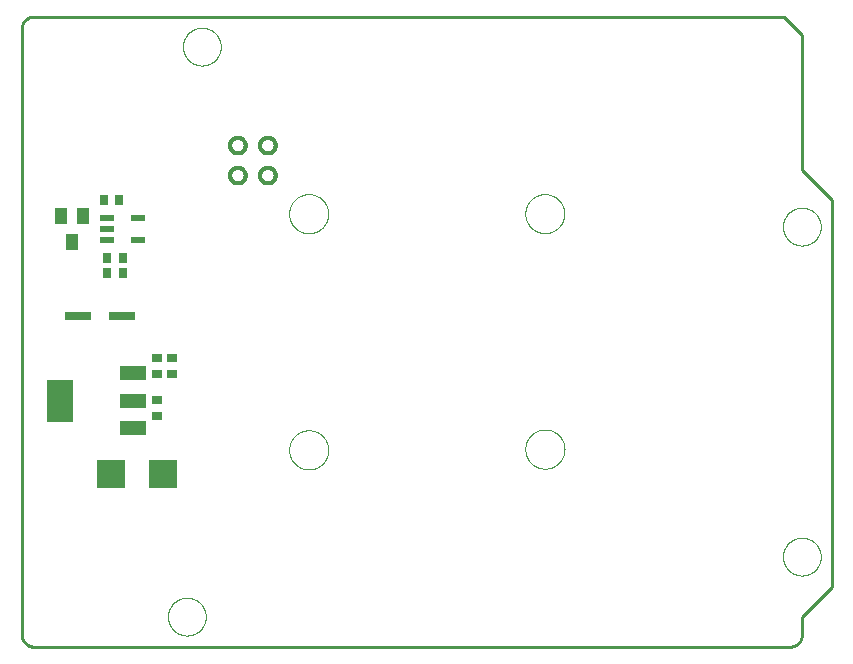
<source format=gtp>
G75*
%MOIN*%
%OFA0B0*%
%FSLAX25Y25*%
%IPPOS*%
%LPD*%
%AMOC8*
5,1,8,0,0,1.08239X$1,22.5*
%
%ADD10C,0.01000*%
%ADD11C,0.01200*%
%ADD12C,0.00000*%
%ADD13C,0.00039*%
%ADD14R,0.03543X0.02756*%
%ADD15R,0.08800X0.04800*%
%ADD16R,0.08661X0.14173*%
%ADD17R,0.08661X0.02559*%
%ADD18R,0.09449X0.09449*%
%ADD19R,0.04724X0.02362*%
%ADD20R,0.03937X0.05512*%
%ADD21R,0.02756X0.03543*%
D10*
X0008350Y0009237D02*
X0008350Y0211363D01*
X0008352Y0211487D01*
X0008358Y0211610D01*
X0008367Y0211734D01*
X0008381Y0211856D01*
X0008398Y0211979D01*
X0008420Y0212101D01*
X0008445Y0212222D01*
X0008474Y0212342D01*
X0008506Y0212461D01*
X0008543Y0212580D01*
X0008583Y0212697D01*
X0008626Y0212812D01*
X0008674Y0212927D01*
X0008725Y0213039D01*
X0008779Y0213150D01*
X0008837Y0213260D01*
X0008898Y0213367D01*
X0008963Y0213473D01*
X0009031Y0213576D01*
X0009102Y0213677D01*
X0009176Y0213776D01*
X0009253Y0213873D01*
X0009334Y0213967D01*
X0009417Y0214058D01*
X0009503Y0214147D01*
X0009592Y0214233D01*
X0009683Y0214316D01*
X0009777Y0214397D01*
X0009874Y0214474D01*
X0009973Y0214548D01*
X0010074Y0214619D01*
X0010177Y0214687D01*
X0010283Y0214752D01*
X0010390Y0214813D01*
X0010500Y0214871D01*
X0010611Y0214925D01*
X0010723Y0214976D01*
X0010838Y0215024D01*
X0010953Y0215067D01*
X0011070Y0215107D01*
X0011189Y0215144D01*
X0011308Y0215176D01*
X0011428Y0215205D01*
X0011549Y0215230D01*
X0011671Y0215252D01*
X0011794Y0215269D01*
X0011916Y0215283D01*
X0012040Y0215292D01*
X0012163Y0215298D01*
X0012287Y0215300D01*
X0262350Y0215300D01*
X0268350Y0209300D01*
X0268350Y0164300D01*
X0278350Y0154300D01*
X0278350Y0025300D01*
X0268350Y0015300D01*
X0268350Y0009237D01*
X0268348Y0009113D01*
X0268342Y0008990D01*
X0268333Y0008866D01*
X0268319Y0008744D01*
X0268302Y0008621D01*
X0268280Y0008499D01*
X0268255Y0008378D01*
X0268226Y0008258D01*
X0268194Y0008139D01*
X0268157Y0008020D01*
X0268117Y0007903D01*
X0268074Y0007788D01*
X0268026Y0007673D01*
X0267975Y0007561D01*
X0267921Y0007450D01*
X0267863Y0007340D01*
X0267802Y0007233D01*
X0267737Y0007127D01*
X0267669Y0007024D01*
X0267598Y0006923D01*
X0267524Y0006824D01*
X0267447Y0006727D01*
X0267366Y0006633D01*
X0267283Y0006542D01*
X0267197Y0006453D01*
X0267108Y0006367D01*
X0267017Y0006284D01*
X0266923Y0006203D01*
X0266826Y0006126D01*
X0266727Y0006052D01*
X0266626Y0005981D01*
X0266523Y0005913D01*
X0266417Y0005848D01*
X0266310Y0005787D01*
X0266200Y0005729D01*
X0266089Y0005675D01*
X0265977Y0005624D01*
X0265862Y0005576D01*
X0265747Y0005533D01*
X0265630Y0005493D01*
X0265511Y0005456D01*
X0265392Y0005424D01*
X0265272Y0005395D01*
X0265151Y0005370D01*
X0265029Y0005348D01*
X0264906Y0005331D01*
X0264784Y0005317D01*
X0264660Y0005308D01*
X0264537Y0005302D01*
X0264413Y0005300D01*
X0012287Y0005300D01*
X0012163Y0005302D01*
X0012040Y0005308D01*
X0011916Y0005317D01*
X0011794Y0005331D01*
X0011671Y0005348D01*
X0011549Y0005370D01*
X0011428Y0005395D01*
X0011308Y0005424D01*
X0011189Y0005456D01*
X0011070Y0005493D01*
X0010953Y0005533D01*
X0010838Y0005576D01*
X0010723Y0005624D01*
X0010611Y0005675D01*
X0010500Y0005729D01*
X0010390Y0005787D01*
X0010283Y0005848D01*
X0010177Y0005913D01*
X0010074Y0005981D01*
X0009973Y0006052D01*
X0009874Y0006126D01*
X0009777Y0006203D01*
X0009683Y0006284D01*
X0009592Y0006367D01*
X0009503Y0006453D01*
X0009417Y0006542D01*
X0009334Y0006633D01*
X0009253Y0006727D01*
X0009176Y0006824D01*
X0009102Y0006923D01*
X0009031Y0007024D01*
X0008963Y0007127D01*
X0008898Y0007233D01*
X0008837Y0007340D01*
X0008779Y0007450D01*
X0008725Y0007561D01*
X0008674Y0007673D01*
X0008626Y0007788D01*
X0008583Y0007903D01*
X0008543Y0008020D01*
X0008506Y0008139D01*
X0008474Y0008258D01*
X0008445Y0008378D01*
X0008420Y0008499D01*
X0008398Y0008621D01*
X0008381Y0008744D01*
X0008367Y0008866D01*
X0008358Y0008990D01*
X0008352Y0009113D01*
X0008350Y0009237D01*
D11*
X0077750Y0162300D02*
X0077752Y0162401D01*
X0077758Y0162503D01*
X0077768Y0162604D01*
X0077782Y0162704D01*
X0077799Y0162804D01*
X0077821Y0162903D01*
X0077846Y0163001D01*
X0077876Y0163099D01*
X0077909Y0163195D01*
X0077945Y0163289D01*
X0077986Y0163382D01*
X0078030Y0163474D01*
X0078077Y0163563D01*
X0078129Y0163651D01*
X0078183Y0163737D01*
X0078241Y0163820D01*
X0078302Y0163901D01*
X0078366Y0163980D01*
X0078433Y0164056D01*
X0078503Y0164129D01*
X0078575Y0164200D01*
X0078651Y0164268D01*
X0078729Y0164333D01*
X0078809Y0164394D01*
X0078892Y0164453D01*
X0078977Y0164508D01*
X0079065Y0164560D01*
X0079154Y0164609D01*
X0079245Y0164653D01*
X0079337Y0164695D01*
X0079432Y0164732D01*
X0079527Y0164766D01*
X0079624Y0164797D01*
X0079722Y0164823D01*
X0079821Y0164846D01*
X0079921Y0164864D01*
X0080021Y0164879D01*
X0080122Y0164890D01*
X0080223Y0164897D01*
X0080325Y0164900D01*
X0080426Y0164899D01*
X0080527Y0164894D01*
X0080629Y0164885D01*
X0080729Y0164872D01*
X0080829Y0164855D01*
X0080929Y0164835D01*
X0081027Y0164810D01*
X0081124Y0164782D01*
X0081221Y0164750D01*
X0081316Y0164714D01*
X0081409Y0164675D01*
X0081501Y0164631D01*
X0081591Y0164585D01*
X0081679Y0164535D01*
X0081765Y0164481D01*
X0081849Y0164424D01*
X0081931Y0164364D01*
X0082010Y0164301D01*
X0082087Y0164234D01*
X0082161Y0164165D01*
X0082233Y0164093D01*
X0082301Y0164018D01*
X0082367Y0163941D01*
X0082429Y0163861D01*
X0082489Y0163779D01*
X0082545Y0163694D01*
X0082597Y0163607D01*
X0082647Y0163519D01*
X0082693Y0163428D01*
X0082735Y0163336D01*
X0082773Y0163242D01*
X0082808Y0163147D01*
X0082839Y0163050D01*
X0082867Y0162952D01*
X0082890Y0162854D01*
X0082910Y0162754D01*
X0082926Y0162654D01*
X0082938Y0162553D01*
X0082946Y0162452D01*
X0082950Y0162351D01*
X0082950Y0162249D01*
X0082946Y0162148D01*
X0082938Y0162047D01*
X0082926Y0161946D01*
X0082910Y0161846D01*
X0082890Y0161746D01*
X0082867Y0161648D01*
X0082839Y0161550D01*
X0082808Y0161453D01*
X0082773Y0161358D01*
X0082735Y0161264D01*
X0082693Y0161172D01*
X0082647Y0161081D01*
X0082597Y0160993D01*
X0082545Y0160906D01*
X0082489Y0160821D01*
X0082429Y0160739D01*
X0082367Y0160659D01*
X0082301Y0160582D01*
X0082233Y0160507D01*
X0082161Y0160435D01*
X0082087Y0160366D01*
X0082010Y0160299D01*
X0081931Y0160236D01*
X0081849Y0160176D01*
X0081765Y0160119D01*
X0081679Y0160065D01*
X0081591Y0160015D01*
X0081501Y0159969D01*
X0081409Y0159925D01*
X0081316Y0159886D01*
X0081221Y0159850D01*
X0081124Y0159818D01*
X0081027Y0159790D01*
X0080929Y0159765D01*
X0080829Y0159745D01*
X0080729Y0159728D01*
X0080629Y0159715D01*
X0080527Y0159706D01*
X0080426Y0159701D01*
X0080325Y0159700D01*
X0080223Y0159703D01*
X0080122Y0159710D01*
X0080021Y0159721D01*
X0079921Y0159736D01*
X0079821Y0159754D01*
X0079722Y0159777D01*
X0079624Y0159803D01*
X0079527Y0159834D01*
X0079432Y0159868D01*
X0079337Y0159905D01*
X0079245Y0159947D01*
X0079154Y0159991D01*
X0079065Y0160040D01*
X0078977Y0160092D01*
X0078892Y0160147D01*
X0078809Y0160206D01*
X0078729Y0160267D01*
X0078651Y0160332D01*
X0078575Y0160400D01*
X0078503Y0160471D01*
X0078433Y0160544D01*
X0078366Y0160620D01*
X0078302Y0160699D01*
X0078241Y0160780D01*
X0078183Y0160863D01*
X0078129Y0160949D01*
X0078077Y0161037D01*
X0078030Y0161126D01*
X0077986Y0161218D01*
X0077945Y0161311D01*
X0077909Y0161405D01*
X0077876Y0161501D01*
X0077846Y0161599D01*
X0077821Y0161697D01*
X0077799Y0161796D01*
X0077782Y0161896D01*
X0077768Y0161996D01*
X0077758Y0162097D01*
X0077752Y0162199D01*
X0077750Y0162300D01*
X0077750Y0172300D02*
X0077752Y0172401D01*
X0077758Y0172503D01*
X0077768Y0172604D01*
X0077782Y0172704D01*
X0077799Y0172804D01*
X0077821Y0172903D01*
X0077846Y0173001D01*
X0077876Y0173099D01*
X0077909Y0173195D01*
X0077945Y0173289D01*
X0077986Y0173382D01*
X0078030Y0173474D01*
X0078077Y0173563D01*
X0078129Y0173651D01*
X0078183Y0173737D01*
X0078241Y0173820D01*
X0078302Y0173901D01*
X0078366Y0173980D01*
X0078433Y0174056D01*
X0078503Y0174129D01*
X0078575Y0174200D01*
X0078651Y0174268D01*
X0078729Y0174333D01*
X0078809Y0174394D01*
X0078892Y0174453D01*
X0078977Y0174508D01*
X0079065Y0174560D01*
X0079154Y0174609D01*
X0079245Y0174653D01*
X0079337Y0174695D01*
X0079432Y0174732D01*
X0079527Y0174766D01*
X0079624Y0174797D01*
X0079722Y0174823D01*
X0079821Y0174846D01*
X0079921Y0174864D01*
X0080021Y0174879D01*
X0080122Y0174890D01*
X0080223Y0174897D01*
X0080325Y0174900D01*
X0080426Y0174899D01*
X0080527Y0174894D01*
X0080629Y0174885D01*
X0080729Y0174872D01*
X0080829Y0174855D01*
X0080929Y0174835D01*
X0081027Y0174810D01*
X0081124Y0174782D01*
X0081221Y0174750D01*
X0081316Y0174714D01*
X0081409Y0174675D01*
X0081501Y0174631D01*
X0081591Y0174585D01*
X0081679Y0174535D01*
X0081765Y0174481D01*
X0081849Y0174424D01*
X0081931Y0174364D01*
X0082010Y0174301D01*
X0082087Y0174234D01*
X0082161Y0174165D01*
X0082233Y0174093D01*
X0082301Y0174018D01*
X0082367Y0173941D01*
X0082429Y0173861D01*
X0082489Y0173779D01*
X0082545Y0173694D01*
X0082597Y0173607D01*
X0082647Y0173519D01*
X0082693Y0173428D01*
X0082735Y0173336D01*
X0082773Y0173242D01*
X0082808Y0173147D01*
X0082839Y0173050D01*
X0082867Y0172952D01*
X0082890Y0172854D01*
X0082910Y0172754D01*
X0082926Y0172654D01*
X0082938Y0172553D01*
X0082946Y0172452D01*
X0082950Y0172351D01*
X0082950Y0172249D01*
X0082946Y0172148D01*
X0082938Y0172047D01*
X0082926Y0171946D01*
X0082910Y0171846D01*
X0082890Y0171746D01*
X0082867Y0171648D01*
X0082839Y0171550D01*
X0082808Y0171453D01*
X0082773Y0171358D01*
X0082735Y0171264D01*
X0082693Y0171172D01*
X0082647Y0171081D01*
X0082597Y0170993D01*
X0082545Y0170906D01*
X0082489Y0170821D01*
X0082429Y0170739D01*
X0082367Y0170659D01*
X0082301Y0170582D01*
X0082233Y0170507D01*
X0082161Y0170435D01*
X0082087Y0170366D01*
X0082010Y0170299D01*
X0081931Y0170236D01*
X0081849Y0170176D01*
X0081765Y0170119D01*
X0081679Y0170065D01*
X0081591Y0170015D01*
X0081501Y0169969D01*
X0081409Y0169925D01*
X0081316Y0169886D01*
X0081221Y0169850D01*
X0081124Y0169818D01*
X0081027Y0169790D01*
X0080929Y0169765D01*
X0080829Y0169745D01*
X0080729Y0169728D01*
X0080629Y0169715D01*
X0080527Y0169706D01*
X0080426Y0169701D01*
X0080325Y0169700D01*
X0080223Y0169703D01*
X0080122Y0169710D01*
X0080021Y0169721D01*
X0079921Y0169736D01*
X0079821Y0169754D01*
X0079722Y0169777D01*
X0079624Y0169803D01*
X0079527Y0169834D01*
X0079432Y0169868D01*
X0079337Y0169905D01*
X0079245Y0169947D01*
X0079154Y0169991D01*
X0079065Y0170040D01*
X0078977Y0170092D01*
X0078892Y0170147D01*
X0078809Y0170206D01*
X0078729Y0170267D01*
X0078651Y0170332D01*
X0078575Y0170400D01*
X0078503Y0170471D01*
X0078433Y0170544D01*
X0078366Y0170620D01*
X0078302Y0170699D01*
X0078241Y0170780D01*
X0078183Y0170863D01*
X0078129Y0170949D01*
X0078077Y0171037D01*
X0078030Y0171126D01*
X0077986Y0171218D01*
X0077945Y0171311D01*
X0077909Y0171405D01*
X0077876Y0171501D01*
X0077846Y0171599D01*
X0077821Y0171697D01*
X0077799Y0171796D01*
X0077782Y0171896D01*
X0077768Y0171996D01*
X0077758Y0172097D01*
X0077752Y0172199D01*
X0077750Y0172300D01*
X0087743Y0172300D02*
X0087745Y0172402D01*
X0087751Y0172503D01*
X0087761Y0172605D01*
X0087775Y0172705D01*
X0087792Y0172805D01*
X0087814Y0172905D01*
X0087840Y0173003D01*
X0087869Y0173101D01*
X0087902Y0173197D01*
X0087939Y0173292D01*
X0087980Y0173385D01*
X0088024Y0173477D01*
X0088071Y0173567D01*
X0088123Y0173655D01*
X0088177Y0173740D01*
X0088235Y0173824D01*
X0088296Y0173905D01*
X0088360Y0173984D01*
X0088427Y0174061D01*
X0088498Y0174134D01*
X0088571Y0174205D01*
X0088646Y0174273D01*
X0088725Y0174338D01*
X0088805Y0174400D01*
X0088888Y0174459D01*
X0088974Y0174514D01*
X0089061Y0174566D01*
X0089151Y0174615D01*
X0089242Y0174660D01*
X0089335Y0174701D01*
X0089429Y0174739D01*
X0089525Y0174773D01*
X0089622Y0174803D01*
X0089720Y0174830D01*
X0089820Y0174852D01*
X0089920Y0174871D01*
X0090020Y0174886D01*
X0090121Y0174897D01*
X0090223Y0174904D01*
X0090325Y0174907D01*
X0090426Y0174906D01*
X0090528Y0174901D01*
X0090629Y0174892D01*
X0090730Y0174879D01*
X0090831Y0174862D01*
X0090930Y0174842D01*
X0091029Y0174817D01*
X0091127Y0174789D01*
X0091223Y0174756D01*
X0091318Y0174721D01*
X0091412Y0174681D01*
X0091504Y0174638D01*
X0091594Y0174591D01*
X0091683Y0174541D01*
X0091769Y0174487D01*
X0091853Y0174430D01*
X0091935Y0174370D01*
X0092015Y0174306D01*
X0092092Y0174240D01*
X0092166Y0174170D01*
X0092238Y0174098D01*
X0092307Y0174023D01*
X0092372Y0173945D01*
X0092435Y0173865D01*
X0092494Y0173783D01*
X0092551Y0173698D01*
X0092603Y0173611D01*
X0092653Y0173522D01*
X0092699Y0173431D01*
X0092741Y0173339D01*
X0092780Y0173245D01*
X0092815Y0173149D01*
X0092846Y0173052D01*
X0092874Y0172954D01*
X0092897Y0172855D01*
X0092917Y0172755D01*
X0092933Y0172655D01*
X0092945Y0172554D01*
X0092953Y0172453D01*
X0092957Y0172351D01*
X0092957Y0172249D01*
X0092953Y0172147D01*
X0092945Y0172046D01*
X0092933Y0171945D01*
X0092917Y0171845D01*
X0092897Y0171745D01*
X0092874Y0171646D01*
X0092846Y0171548D01*
X0092815Y0171451D01*
X0092780Y0171355D01*
X0092741Y0171261D01*
X0092699Y0171169D01*
X0092653Y0171078D01*
X0092603Y0170989D01*
X0092551Y0170902D01*
X0092494Y0170817D01*
X0092435Y0170735D01*
X0092372Y0170655D01*
X0092307Y0170577D01*
X0092238Y0170502D01*
X0092166Y0170430D01*
X0092092Y0170360D01*
X0092015Y0170294D01*
X0091935Y0170230D01*
X0091853Y0170170D01*
X0091769Y0170113D01*
X0091683Y0170059D01*
X0091594Y0170009D01*
X0091504Y0169962D01*
X0091412Y0169919D01*
X0091318Y0169879D01*
X0091223Y0169844D01*
X0091127Y0169811D01*
X0091029Y0169783D01*
X0090930Y0169758D01*
X0090831Y0169738D01*
X0090730Y0169721D01*
X0090629Y0169708D01*
X0090528Y0169699D01*
X0090426Y0169694D01*
X0090325Y0169693D01*
X0090223Y0169696D01*
X0090121Y0169703D01*
X0090020Y0169714D01*
X0089920Y0169729D01*
X0089820Y0169748D01*
X0089720Y0169770D01*
X0089622Y0169797D01*
X0089525Y0169827D01*
X0089429Y0169861D01*
X0089335Y0169899D01*
X0089242Y0169940D01*
X0089151Y0169985D01*
X0089061Y0170034D01*
X0088974Y0170086D01*
X0088888Y0170141D01*
X0088805Y0170200D01*
X0088725Y0170262D01*
X0088646Y0170327D01*
X0088571Y0170395D01*
X0088498Y0170466D01*
X0088427Y0170539D01*
X0088360Y0170616D01*
X0088296Y0170695D01*
X0088235Y0170776D01*
X0088177Y0170860D01*
X0088123Y0170945D01*
X0088071Y0171033D01*
X0088024Y0171123D01*
X0087980Y0171215D01*
X0087939Y0171308D01*
X0087902Y0171403D01*
X0087869Y0171499D01*
X0087840Y0171597D01*
X0087814Y0171695D01*
X0087792Y0171795D01*
X0087775Y0171895D01*
X0087761Y0171995D01*
X0087751Y0172097D01*
X0087745Y0172198D01*
X0087743Y0172300D01*
X0087743Y0162300D02*
X0087745Y0162402D01*
X0087751Y0162503D01*
X0087761Y0162605D01*
X0087775Y0162705D01*
X0087792Y0162805D01*
X0087814Y0162905D01*
X0087840Y0163003D01*
X0087869Y0163101D01*
X0087902Y0163197D01*
X0087939Y0163292D01*
X0087980Y0163385D01*
X0088024Y0163477D01*
X0088071Y0163567D01*
X0088123Y0163655D01*
X0088177Y0163740D01*
X0088235Y0163824D01*
X0088296Y0163905D01*
X0088360Y0163984D01*
X0088427Y0164061D01*
X0088498Y0164134D01*
X0088571Y0164205D01*
X0088646Y0164273D01*
X0088725Y0164338D01*
X0088805Y0164400D01*
X0088888Y0164459D01*
X0088974Y0164514D01*
X0089061Y0164566D01*
X0089151Y0164615D01*
X0089242Y0164660D01*
X0089335Y0164701D01*
X0089429Y0164739D01*
X0089525Y0164773D01*
X0089622Y0164803D01*
X0089720Y0164830D01*
X0089820Y0164852D01*
X0089920Y0164871D01*
X0090020Y0164886D01*
X0090121Y0164897D01*
X0090223Y0164904D01*
X0090325Y0164907D01*
X0090426Y0164906D01*
X0090528Y0164901D01*
X0090629Y0164892D01*
X0090730Y0164879D01*
X0090831Y0164862D01*
X0090930Y0164842D01*
X0091029Y0164817D01*
X0091127Y0164789D01*
X0091223Y0164756D01*
X0091318Y0164721D01*
X0091412Y0164681D01*
X0091504Y0164638D01*
X0091594Y0164591D01*
X0091683Y0164541D01*
X0091769Y0164487D01*
X0091853Y0164430D01*
X0091935Y0164370D01*
X0092015Y0164306D01*
X0092092Y0164240D01*
X0092166Y0164170D01*
X0092238Y0164098D01*
X0092307Y0164023D01*
X0092372Y0163945D01*
X0092435Y0163865D01*
X0092494Y0163783D01*
X0092551Y0163698D01*
X0092603Y0163611D01*
X0092653Y0163522D01*
X0092699Y0163431D01*
X0092741Y0163339D01*
X0092780Y0163245D01*
X0092815Y0163149D01*
X0092846Y0163052D01*
X0092874Y0162954D01*
X0092897Y0162855D01*
X0092917Y0162755D01*
X0092933Y0162655D01*
X0092945Y0162554D01*
X0092953Y0162453D01*
X0092957Y0162351D01*
X0092957Y0162249D01*
X0092953Y0162147D01*
X0092945Y0162046D01*
X0092933Y0161945D01*
X0092917Y0161845D01*
X0092897Y0161745D01*
X0092874Y0161646D01*
X0092846Y0161548D01*
X0092815Y0161451D01*
X0092780Y0161355D01*
X0092741Y0161261D01*
X0092699Y0161169D01*
X0092653Y0161078D01*
X0092603Y0160989D01*
X0092551Y0160902D01*
X0092494Y0160817D01*
X0092435Y0160735D01*
X0092372Y0160655D01*
X0092307Y0160577D01*
X0092238Y0160502D01*
X0092166Y0160430D01*
X0092092Y0160360D01*
X0092015Y0160294D01*
X0091935Y0160230D01*
X0091853Y0160170D01*
X0091769Y0160113D01*
X0091683Y0160059D01*
X0091594Y0160009D01*
X0091504Y0159962D01*
X0091412Y0159919D01*
X0091318Y0159879D01*
X0091223Y0159844D01*
X0091127Y0159811D01*
X0091029Y0159783D01*
X0090930Y0159758D01*
X0090831Y0159738D01*
X0090730Y0159721D01*
X0090629Y0159708D01*
X0090528Y0159699D01*
X0090426Y0159694D01*
X0090325Y0159693D01*
X0090223Y0159696D01*
X0090121Y0159703D01*
X0090020Y0159714D01*
X0089920Y0159729D01*
X0089820Y0159748D01*
X0089720Y0159770D01*
X0089622Y0159797D01*
X0089525Y0159827D01*
X0089429Y0159861D01*
X0089335Y0159899D01*
X0089242Y0159940D01*
X0089151Y0159985D01*
X0089061Y0160034D01*
X0088974Y0160086D01*
X0088888Y0160141D01*
X0088805Y0160200D01*
X0088725Y0160262D01*
X0088646Y0160327D01*
X0088571Y0160395D01*
X0088498Y0160466D01*
X0088427Y0160539D01*
X0088360Y0160616D01*
X0088296Y0160695D01*
X0088235Y0160776D01*
X0088177Y0160860D01*
X0088123Y0160945D01*
X0088071Y0161033D01*
X0088024Y0161123D01*
X0087980Y0161215D01*
X0087939Y0161308D01*
X0087902Y0161403D01*
X0087869Y0161499D01*
X0087840Y0161597D01*
X0087814Y0161695D01*
X0087792Y0161795D01*
X0087775Y0161895D01*
X0087761Y0161995D01*
X0087751Y0162097D01*
X0087745Y0162198D01*
X0087743Y0162300D01*
D12*
X0062051Y0205300D02*
X0062053Y0205458D01*
X0062059Y0205616D01*
X0062069Y0205774D01*
X0062083Y0205932D01*
X0062101Y0206089D01*
X0062122Y0206246D01*
X0062148Y0206402D01*
X0062178Y0206558D01*
X0062211Y0206713D01*
X0062249Y0206866D01*
X0062290Y0207019D01*
X0062335Y0207171D01*
X0062384Y0207322D01*
X0062437Y0207471D01*
X0062493Y0207619D01*
X0062553Y0207765D01*
X0062617Y0207910D01*
X0062685Y0208053D01*
X0062756Y0208195D01*
X0062830Y0208335D01*
X0062908Y0208472D01*
X0062990Y0208608D01*
X0063074Y0208742D01*
X0063163Y0208873D01*
X0063254Y0209002D01*
X0063349Y0209129D01*
X0063446Y0209254D01*
X0063547Y0209376D01*
X0063651Y0209495D01*
X0063758Y0209612D01*
X0063868Y0209726D01*
X0063981Y0209837D01*
X0064096Y0209946D01*
X0064214Y0210051D01*
X0064335Y0210153D01*
X0064458Y0210253D01*
X0064584Y0210349D01*
X0064712Y0210442D01*
X0064842Y0210532D01*
X0064975Y0210618D01*
X0065110Y0210702D01*
X0065246Y0210781D01*
X0065385Y0210858D01*
X0065526Y0210930D01*
X0065668Y0211000D01*
X0065812Y0211065D01*
X0065958Y0211127D01*
X0066105Y0211185D01*
X0066254Y0211240D01*
X0066404Y0211291D01*
X0066555Y0211338D01*
X0066707Y0211381D01*
X0066860Y0211420D01*
X0067015Y0211456D01*
X0067170Y0211487D01*
X0067326Y0211515D01*
X0067482Y0211539D01*
X0067639Y0211559D01*
X0067797Y0211575D01*
X0067954Y0211587D01*
X0068113Y0211595D01*
X0068271Y0211599D01*
X0068429Y0211599D01*
X0068587Y0211595D01*
X0068746Y0211587D01*
X0068903Y0211575D01*
X0069061Y0211559D01*
X0069218Y0211539D01*
X0069374Y0211515D01*
X0069530Y0211487D01*
X0069685Y0211456D01*
X0069840Y0211420D01*
X0069993Y0211381D01*
X0070145Y0211338D01*
X0070296Y0211291D01*
X0070446Y0211240D01*
X0070595Y0211185D01*
X0070742Y0211127D01*
X0070888Y0211065D01*
X0071032Y0211000D01*
X0071174Y0210930D01*
X0071315Y0210858D01*
X0071454Y0210781D01*
X0071590Y0210702D01*
X0071725Y0210618D01*
X0071858Y0210532D01*
X0071988Y0210442D01*
X0072116Y0210349D01*
X0072242Y0210253D01*
X0072365Y0210153D01*
X0072486Y0210051D01*
X0072604Y0209946D01*
X0072719Y0209837D01*
X0072832Y0209726D01*
X0072942Y0209612D01*
X0073049Y0209495D01*
X0073153Y0209376D01*
X0073254Y0209254D01*
X0073351Y0209129D01*
X0073446Y0209002D01*
X0073537Y0208873D01*
X0073626Y0208742D01*
X0073710Y0208608D01*
X0073792Y0208472D01*
X0073870Y0208335D01*
X0073944Y0208195D01*
X0074015Y0208053D01*
X0074083Y0207910D01*
X0074147Y0207765D01*
X0074207Y0207619D01*
X0074263Y0207471D01*
X0074316Y0207322D01*
X0074365Y0207171D01*
X0074410Y0207019D01*
X0074451Y0206866D01*
X0074489Y0206713D01*
X0074522Y0206558D01*
X0074552Y0206402D01*
X0074578Y0206246D01*
X0074599Y0206089D01*
X0074617Y0205932D01*
X0074631Y0205774D01*
X0074641Y0205616D01*
X0074647Y0205458D01*
X0074649Y0205300D01*
X0074647Y0205142D01*
X0074641Y0204984D01*
X0074631Y0204826D01*
X0074617Y0204668D01*
X0074599Y0204511D01*
X0074578Y0204354D01*
X0074552Y0204198D01*
X0074522Y0204042D01*
X0074489Y0203887D01*
X0074451Y0203734D01*
X0074410Y0203581D01*
X0074365Y0203429D01*
X0074316Y0203278D01*
X0074263Y0203129D01*
X0074207Y0202981D01*
X0074147Y0202835D01*
X0074083Y0202690D01*
X0074015Y0202547D01*
X0073944Y0202405D01*
X0073870Y0202265D01*
X0073792Y0202128D01*
X0073710Y0201992D01*
X0073626Y0201858D01*
X0073537Y0201727D01*
X0073446Y0201598D01*
X0073351Y0201471D01*
X0073254Y0201346D01*
X0073153Y0201224D01*
X0073049Y0201105D01*
X0072942Y0200988D01*
X0072832Y0200874D01*
X0072719Y0200763D01*
X0072604Y0200654D01*
X0072486Y0200549D01*
X0072365Y0200447D01*
X0072242Y0200347D01*
X0072116Y0200251D01*
X0071988Y0200158D01*
X0071858Y0200068D01*
X0071725Y0199982D01*
X0071590Y0199898D01*
X0071454Y0199819D01*
X0071315Y0199742D01*
X0071174Y0199670D01*
X0071032Y0199600D01*
X0070888Y0199535D01*
X0070742Y0199473D01*
X0070595Y0199415D01*
X0070446Y0199360D01*
X0070296Y0199309D01*
X0070145Y0199262D01*
X0069993Y0199219D01*
X0069840Y0199180D01*
X0069685Y0199144D01*
X0069530Y0199113D01*
X0069374Y0199085D01*
X0069218Y0199061D01*
X0069061Y0199041D01*
X0068903Y0199025D01*
X0068746Y0199013D01*
X0068587Y0199005D01*
X0068429Y0199001D01*
X0068271Y0199001D01*
X0068113Y0199005D01*
X0067954Y0199013D01*
X0067797Y0199025D01*
X0067639Y0199041D01*
X0067482Y0199061D01*
X0067326Y0199085D01*
X0067170Y0199113D01*
X0067015Y0199144D01*
X0066860Y0199180D01*
X0066707Y0199219D01*
X0066555Y0199262D01*
X0066404Y0199309D01*
X0066254Y0199360D01*
X0066105Y0199415D01*
X0065958Y0199473D01*
X0065812Y0199535D01*
X0065668Y0199600D01*
X0065526Y0199670D01*
X0065385Y0199742D01*
X0065246Y0199819D01*
X0065110Y0199898D01*
X0064975Y0199982D01*
X0064842Y0200068D01*
X0064712Y0200158D01*
X0064584Y0200251D01*
X0064458Y0200347D01*
X0064335Y0200447D01*
X0064214Y0200549D01*
X0064096Y0200654D01*
X0063981Y0200763D01*
X0063868Y0200874D01*
X0063758Y0200988D01*
X0063651Y0201105D01*
X0063547Y0201224D01*
X0063446Y0201346D01*
X0063349Y0201471D01*
X0063254Y0201598D01*
X0063163Y0201727D01*
X0063074Y0201858D01*
X0062990Y0201992D01*
X0062908Y0202128D01*
X0062830Y0202265D01*
X0062756Y0202405D01*
X0062685Y0202547D01*
X0062617Y0202690D01*
X0062553Y0202835D01*
X0062493Y0202981D01*
X0062437Y0203129D01*
X0062384Y0203278D01*
X0062335Y0203429D01*
X0062290Y0203581D01*
X0062249Y0203734D01*
X0062211Y0203887D01*
X0062178Y0204042D01*
X0062148Y0204198D01*
X0062122Y0204354D01*
X0062101Y0204511D01*
X0062083Y0204668D01*
X0062069Y0204826D01*
X0062059Y0204984D01*
X0062053Y0205142D01*
X0062051Y0205300D01*
X0262051Y0145300D02*
X0262053Y0145458D01*
X0262059Y0145616D01*
X0262069Y0145774D01*
X0262083Y0145932D01*
X0262101Y0146089D01*
X0262122Y0146246D01*
X0262148Y0146402D01*
X0262178Y0146558D01*
X0262211Y0146713D01*
X0262249Y0146866D01*
X0262290Y0147019D01*
X0262335Y0147171D01*
X0262384Y0147322D01*
X0262437Y0147471D01*
X0262493Y0147619D01*
X0262553Y0147765D01*
X0262617Y0147910D01*
X0262685Y0148053D01*
X0262756Y0148195D01*
X0262830Y0148335D01*
X0262908Y0148472D01*
X0262990Y0148608D01*
X0263074Y0148742D01*
X0263163Y0148873D01*
X0263254Y0149002D01*
X0263349Y0149129D01*
X0263446Y0149254D01*
X0263547Y0149376D01*
X0263651Y0149495D01*
X0263758Y0149612D01*
X0263868Y0149726D01*
X0263981Y0149837D01*
X0264096Y0149946D01*
X0264214Y0150051D01*
X0264335Y0150153D01*
X0264458Y0150253D01*
X0264584Y0150349D01*
X0264712Y0150442D01*
X0264842Y0150532D01*
X0264975Y0150618D01*
X0265110Y0150702D01*
X0265246Y0150781D01*
X0265385Y0150858D01*
X0265526Y0150930D01*
X0265668Y0151000D01*
X0265812Y0151065D01*
X0265958Y0151127D01*
X0266105Y0151185D01*
X0266254Y0151240D01*
X0266404Y0151291D01*
X0266555Y0151338D01*
X0266707Y0151381D01*
X0266860Y0151420D01*
X0267015Y0151456D01*
X0267170Y0151487D01*
X0267326Y0151515D01*
X0267482Y0151539D01*
X0267639Y0151559D01*
X0267797Y0151575D01*
X0267954Y0151587D01*
X0268113Y0151595D01*
X0268271Y0151599D01*
X0268429Y0151599D01*
X0268587Y0151595D01*
X0268746Y0151587D01*
X0268903Y0151575D01*
X0269061Y0151559D01*
X0269218Y0151539D01*
X0269374Y0151515D01*
X0269530Y0151487D01*
X0269685Y0151456D01*
X0269840Y0151420D01*
X0269993Y0151381D01*
X0270145Y0151338D01*
X0270296Y0151291D01*
X0270446Y0151240D01*
X0270595Y0151185D01*
X0270742Y0151127D01*
X0270888Y0151065D01*
X0271032Y0151000D01*
X0271174Y0150930D01*
X0271315Y0150858D01*
X0271454Y0150781D01*
X0271590Y0150702D01*
X0271725Y0150618D01*
X0271858Y0150532D01*
X0271988Y0150442D01*
X0272116Y0150349D01*
X0272242Y0150253D01*
X0272365Y0150153D01*
X0272486Y0150051D01*
X0272604Y0149946D01*
X0272719Y0149837D01*
X0272832Y0149726D01*
X0272942Y0149612D01*
X0273049Y0149495D01*
X0273153Y0149376D01*
X0273254Y0149254D01*
X0273351Y0149129D01*
X0273446Y0149002D01*
X0273537Y0148873D01*
X0273626Y0148742D01*
X0273710Y0148608D01*
X0273792Y0148472D01*
X0273870Y0148335D01*
X0273944Y0148195D01*
X0274015Y0148053D01*
X0274083Y0147910D01*
X0274147Y0147765D01*
X0274207Y0147619D01*
X0274263Y0147471D01*
X0274316Y0147322D01*
X0274365Y0147171D01*
X0274410Y0147019D01*
X0274451Y0146866D01*
X0274489Y0146713D01*
X0274522Y0146558D01*
X0274552Y0146402D01*
X0274578Y0146246D01*
X0274599Y0146089D01*
X0274617Y0145932D01*
X0274631Y0145774D01*
X0274641Y0145616D01*
X0274647Y0145458D01*
X0274649Y0145300D01*
X0274647Y0145142D01*
X0274641Y0144984D01*
X0274631Y0144826D01*
X0274617Y0144668D01*
X0274599Y0144511D01*
X0274578Y0144354D01*
X0274552Y0144198D01*
X0274522Y0144042D01*
X0274489Y0143887D01*
X0274451Y0143734D01*
X0274410Y0143581D01*
X0274365Y0143429D01*
X0274316Y0143278D01*
X0274263Y0143129D01*
X0274207Y0142981D01*
X0274147Y0142835D01*
X0274083Y0142690D01*
X0274015Y0142547D01*
X0273944Y0142405D01*
X0273870Y0142265D01*
X0273792Y0142128D01*
X0273710Y0141992D01*
X0273626Y0141858D01*
X0273537Y0141727D01*
X0273446Y0141598D01*
X0273351Y0141471D01*
X0273254Y0141346D01*
X0273153Y0141224D01*
X0273049Y0141105D01*
X0272942Y0140988D01*
X0272832Y0140874D01*
X0272719Y0140763D01*
X0272604Y0140654D01*
X0272486Y0140549D01*
X0272365Y0140447D01*
X0272242Y0140347D01*
X0272116Y0140251D01*
X0271988Y0140158D01*
X0271858Y0140068D01*
X0271725Y0139982D01*
X0271590Y0139898D01*
X0271454Y0139819D01*
X0271315Y0139742D01*
X0271174Y0139670D01*
X0271032Y0139600D01*
X0270888Y0139535D01*
X0270742Y0139473D01*
X0270595Y0139415D01*
X0270446Y0139360D01*
X0270296Y0139309D01*
X0270145Y0139262D01*
X0269993Y0139219D01*
X0269840Y0139180D01*
X0269685Y0139144D01*
X0269530Y0139113D01*
X0269374Y0139085D01*
X0269218Y0139061D01*
X0269061Y0139041D01*
X0268903Y0139025D01*
X0268746Y0139013D01*
X0268587Y0139005D01*
X0268429Y0139001D01*
X0268271Y0139001D01*
X0268113Y0139005D01*
X0267954Y0139013D01*
X0267797Y0139025D01*
X0267639Y0139041D01*
X0267482Y0139061D01*
X0267326Y0139085D01*
X0267170Y0139113D01*
X0267015Y0139144D01*
X0266860Y0139180D01*
X0266707Y0139219D01*
X0266555Y0139262D01*
X0266404Y0139309D01*
X0266254Y0139360D01*
X0266105Y0139415D01*
X0265958Y0139473D01*
X0265812Y0139535D01*
X0265668Y0139600D01*
X0265526Y0139670D01*
X0265385Y0139742D01*
X0265246Y0139819D01*
X0265110Y0139898D01*
X0264975Y0139982D01*
X0264842Y0140068D01*
X0264712Y0140158D01*
X0264584Y0140251D01*
X0264458Y0140347D01*
X0264335Y0140447D01*
X0264214Y0140549D01*
X0264096Y0140654D01*
X0263981Y0140763D01*
X0263868Y0140874D01*
X0263758Y0140988D01*
X0263651Y0141105D01*
X0263547Y0141224D01*
X0263446Y0141346D01*
X0263349Y0141471D01*
X0263254Y0141598D01*
X0263163Y0141727D01*
X0263074Y0141858D01*
X0262990Y0141992D01*
X0262908Y0142128D01*
X0262830Y0142265D01*
X0262756Y0142405D01*
X0262685Y0142547D01*
X0262617Y0142690D01*
X0262553Y0142835D01*
X0262493Y0142981D01*
X0262437Y0143129D01*
X0262384Y0143278D01*
X0262335Y0143429D01*
X0262290Y0143581D01*
X0262249Y0143734D01*
X0262211Y0143887D01*
X0262178Y0144042D01*
X0262148Y0144198D01*
X0262122Y0144354D01*
X0262101Y0144511D01*
X0262083Y0144668D01*
X0262069Y0144826D01*
X0262059Y0144984D01*
X0262053Y0145142D01*
X0262051Y0145300D01*
X0262051Y0035300D02*
X0262053Y0035458D01*
X0262059Y0035616D01*
X0262069Y0035774D01*
X0262083Y0035932D01*
X0262101Y0036089D01*
X0262122Y0036246D01*
X0262148Y0036402D01*
X0262178Y0036558D01*
X0262211Y0036713D01*
X0262249Y0036866D01*
X0262290Y0037019D01*
X0262335Y0037171D01*
X0262384Y0037322D01*
X0262437Y0037471D01*
X0262493Y0037619D01*
X0262553Y0037765D01*
X0262617Y0037910D01*
X0262685Y0038053D01*
X0262756Y0038195D01*
X0262830Y0038335D01*
X0262908Y0038472D01*
X0262990Y0038608D01*
X0263074Y0038742D01*
X0263163Y0038873D01*
X0263254Y0039002D01*
X0263349Y0039129D01*
X0263446Y0039254D01*
X0263547Y0039376D01*
X0263651Y0039495D01*
X0263758Y0039612D01*
X0263868Y0039726D01*
X0263981Y0039837D01*
X0264096Y0039946D01*
X0264214Y0040051D01*
X0264335Y0040153D01*
X0264458Y0040253D01*
X0264584Y0040349D01*
X0264712Y0040442D01*
X0264842Y0040532D01*
X0264975Y0040618D01*
X0265110Y0040702D01*
X0265246Y0040781D01*
X0265385Y0040858D01*
X0265526Y0040930D01*
X0265668Y0041000D01*
X0265812Y0041065D01*
X0265958Y0041127D01*
X0266105Y0041185D01*
X0266254Y0041240D01*
X0266404Y0041291D01*
X0266555Y0041338D01*
X0266707Y0041381D01*
X0266860Y0041420D01*
X0267015Y0041456D01*
X0267170Y0041487D01*
X0267326Y0041515D01*
X0267482Y0041539D01*
X0267639Y0041559D01*
X0267797Y0041575D01*
X0267954Y0041587D01*
X0268113Y0041595D01*
X0268271Y0041599D01*
X0268429Y0041599D01*
X0268587Y0041595D01*
X0268746Y0041587D01*
X0268903Y0041575D01*
X0269061Y0041559D01*
X0269218Y0041539D01*
X0269374Y0041515D01*
X0269530Y0041487D01*
X0269685Y0041456D01*
X0269840Y0041420D01*
X0269993Y0041381D01*
X0270145Y0041338D01*
X0270296Y0041291D01*
X0270446Y0041240D01*
X0270595Y0041185D01*
X0270742Y0041127D01*
X0270888Y0041065D01*
X0271032Y0041000D01*
X0271174Y0040930D01*
X0271315Y0040858D01*
X0271454Y0040781D01*
X0271590Y0040702D01*
X0271725Y0040618D01*
X0271858Y0040532D01*
X0271988Y0040442D01*
X0272116Y0040349D01*
X0272242Y0040253D01*
X0272365Y0040153D01*
X0272486Y0040051D01*
X0272604Y0039946D01*
X0272719Y0039837D01*
X0272832Y0039726D01*
X0272942Y0039612D01*
X0273049Y0039495D01*
X0273153Y0039376D01*
X0273254Y0039254D01*
X0273351Y0039129D01*
X0273446Y0039002D01*
X0273537Y0038873D01*
X0273626Y0038742D01*
X0273710Y0038608D01*
X0273792Y0038472D01*
X0273870Y0038335D01*
X0273944Y0038195D01*
X0274015Y0038053D01*
X0274083Y0037910D01*
X0274147Y0037765D01*
X0274207Y0037619D01*
X0274263Y0037471D01*
X0274316Y0037322D01*
X0274365Y0037171D01*
X0274410Y0037019D01*
X0274451Y0036866D01*
X0274489Y0036713D01*
X0274522Y0036558D01*
X0274552Y0036402D01*
X0274578Y0036246D01*
X0274599Y0036089D01*
X0274617Y0035932D01*
X0274631Y0035774D01*
X0274641Y0035616D01*
X0274647Y0035458D01*
X0274649Y0035300D01*
X0274647Y0035142D01*
X0274641Y0034984D01*
X0274631Y0034826D01*
X0274617Y0034668D01*
X0274599Y0034511D01*
X0274578Y0034354D01*
X0274552Y0034198D01*
X0274522Y0034042D01*
X0274489Y0033887D01*
X0274451Y0033734D01*
X0274410Y0033581D01*
X0274365Y0033429D01*
X0274316Y0033278D01*
X0274263Y0033129D01*
X0274207Y0032981D01*
X0274147Y0032835D01*
X0274083Y0032690D01*
X0274015Y0032547D01*
X0273944Y0032405D01*
X0273870Y0032265D01*
X0273792Y0032128D01*
X0273710Y0031992D01*
X0273626Y0031858D01*
X0273537Y0031727D01*
X0273446Y0031598D01*
X0273351Y0031471D01*
X0273254Y0031346D01*
X0273153Y0031224D01*
X0273049Y0031105D01*
X0272942Y0030988D01*
X0272832Y0030874D01*
X0272719Y0030763D01*
X0272604Y0030654D01*
X0272486Y0030549D01*
X0272365Y0030447D01*
X0272242Y0030347D01*
X0272116Y0030251D01*
X0271988Y0030158D01*
X0271858Y0030068D01*
X0271725Y0029982D01*
X0271590Y0029898D01*
X0271454Y0029819D01*
X0271315Y0029742D01*
X0271174Y0029670D01*
X0271032Y0029600D01*
X0270888Y0029535D01*
X0270742Y0029473D01*
X0270595Y0029415D01*
X0270446Y0029360D01*
X0270296Y0029309D01*
X0270145Y0029262D01*
X0269993Y0029219D01*
X0269840Y0029180D01*
X0269685Y0029144D01*
X0269530Y0029113D01*
X0269374Y0029085D01*
X0269218Y0029061D01*
X0269061Y0029041D01*
X0268903Y0029025D01*
X0268746Y0029013D01*
X0268587Y0029005D01*
X0268429Y0029001D01*
X0268271Y0029001D01*
X0268113Y0029005D01*
X0267954Y0029013D01*
X0267797Y0029025D01*
X0267639Y0029041D01*
X0267482Y0029061D01*
X0267326Y0029085D01*
X0267170Y0029113D01*
X0267015Y0029144D01*
X0266860Y0029180D01*
X0266707Y0029219D01*
X0266555Y0029262D01*
X0266404Y0029309D01*
X0266254Y0029360D01*
X0266105Y0029415D01*
X0265958Y0029473D01*
X0265812Y0029535D01*
X0265668Y0029600D01*
X0265526Y0029670D01*
X0265385Y0029742D01*
X0265246Y0029819D01*
X0265110Y0029898D01*
X0264975Y0029982D01*
X0264842Y0030068D01*
X0264712Y0030158D01*
X0264584Y0030251D01*
X0264458Y0030347D01*
X0264335Y0030447D01*
X0264214Y0030549D01*
X0264096Y0030654D01*
X0263981Y0030763D01*
X0263868Y0030874D01*
X0263758Y0030988D01*
X0263651Y0031105D01*
X0263547Y0031224D01*
X0263446Y0031346D01*
X0263349Y0031471D01*
X0263254Y0031598D01*
X0263163Y0031727D01*
X0263074Y0031858D01*
X0262990Y0031992D01*
X0262908Y0032128D01*
X0262830Y0032265D01*
X0262756Y0032405D01*
X0262685Y0032547D01*
X0262617Y0032690D01*
X0262553Y0032835D01*
X0262493Y0032981D01*
X0262437Y0033129D01*
X0262384Y0033278D01*
X0262335Y0033429D01*
X0262290Y0033581D01*
X0262249Y0033734D01*
X0262211Y0033887D01*
X0262178Y0034042D01*
X0262148Y0034198D01*
X0262122Y0034354D01*
X0262101Y0034511D01*
X0262083Y0034668D01*
X0262069Y0034826D01*
X0262059Y0034984D01*
X0262053Y0035142D01*
X0262051Y0035300D01*
X0057051Y0015300D02*
X0057053Y0015458D01*
X0057059Y0015616D01*
X0057069Y0015774D01*
X0057083Y0015932D01*
X0057101Y0016089D01*
X0057122Y0016246D01*
X0057148Y0016402D01*
X0057178Y0016558D01*
X0057211Y0016713D01*
X0057249Y0016866D01*
X0057290Y0017019D01*
X0057335Y0017171D01*
X0057384Y0017322D01*
X0057437Y0017471D01*
X0057493Y0017619D01*
X0057553Y0017765D01*
X0057617Y0017910D01*
X0057685Y0018053D01*
X0057756Y0018195D01*
X0057830Y0018335D01*
X0057908Y0018472D01*
X0057990Y0018608D01*
X0058074Y0018742D01*
X0058163Y0018873D01*
X0058254Y0019002D01*
X0058349Y0019129D01*
X0058446Y0019254D01*
X0058547Y0019376D01*
X0058651Y0019495D01*
X0058758Y0019612D01*
X0058868Y0019726D01*
X0058981Y0019837D01*
X0059096Y0019946D01*
X0059214Y0020051D01*
X0059335Y0020153D01*
X0059458Y0020253D01*
X0059584Y0020349D01*
X0059712Y0020442D01*
X0059842Y0020532D01*
X0059975Y0020618D01*
X0060110Y0020702D01*
X0060246Y0020781D01*
X0060385Y0020858D01*
X0060526Y0020930D01*
X0060668Y0021000D01*
X0060812Y0021065D01*
X0060958Y0021127D01*
X0061105Y0021185D01*
X0061254Y0021240D01*
X0061404Y0021291D01*
X0061555Y0021338D01*
X0061707Y0021381D01*
X0061860Y0021420D01*
X0062015Y0021456D01*
X0062170Y0021487D01*
X0062326Y0021515D01*
X0062482Y0021539D01*
X0062639Y0021559D01*
X0062797Y0021575D01*
X0062954Y0021587D01*
X0063113Y0021595D01*
X0063271Y0021599D01*
X0063429Y0021599D01*
X0063587Y0021595D01*
X0063746Y0021587D01*
X0063903Y0021575D01*
X0064061Y0021559D01*
X0064218Y0021539D01*
X0064374Y0021515D01*
X0064530Y0021487D01*
X0064685Y0021456D01*
X0064840Y0021420D01*
X0064993Y0021381D01*
X0065145Y0021338D01*
X0065296Y0021291D01*
X0065446Y0021240D01*
X0065595Y0021185D01*
X0065742Y0021127D01*
X0065888Y0021065D01*
X0066032Y0021000D01*
X0066174Y0020930D01*
X0066315Y0020858D01*
X0066454Y0020781D01*
X0066590Y0020702D01*
X0066725Y0020618D01*
X0066858Y0020532D01*
X0066988Y0020442D01*
X0067116Y0020349D01*
X0067242Y0020253D01*
X0067365Y0020153D01*
X0067486Y0020051D01*
X0067604Y0019946D01*
X0067719Y0019837D01*
X0067832Y0019726D01*
X0067942Y0019612D01*
X0068049Y0019495D01*
X0068153Y0019376D01*
X0068254Y0019254D01*
X0068351Y0019129D01*
X0068446Y0019002D01*
X0068537Y0018873D01*
X0068626Y0018742D01*
X0068710Y0018608D01*
X0068792Y0018472D01*
X0068870Y0018335D01*
X0068944Y0018195D01*
X0069015Y0018053D01*
X0069083Y0017910D01*
X0069147Y0017765D01*
X0069207Y0017619D01*
X0069263Y0017471D01*
X0069316Y0017322D01*
X0069365Y0017171D01*
X0069410Y0017019D01*
X0069451Y0016866D01*
X0069489Y0016713D01*
X0069522Y0016558D01*
X0069552Y0016402D01*
X0069578Y0016246D01*
X0069599Y0016089D01*
X0069617Y0015932D01*
X0069631Y0015774D01*
X0069641Y0015616D01*
X0069647Y0015458D01*
X0069649Y0015300D01*
X0069647Y0015142D01*
X0069641Y0014984D01*
X0069631Y0014826D01*
X0069617Y0014668D01*
X0069599Y0014511D01*
X0069578Y0014354D01*
X0069552Y0014198D01*
X0069522Y0014042D01*
X0069489Y0013887D01*
X0069451Y0013734D01*
X0069410Y0013581D01*
X0069365Y0013429D01*
X0069316Y0013278D01*
X0069263Y0013129D01*
X0069207Y0012981D01*
X0069147Y0012835D01*
X0069083Y0012690D01*
X0069015Y0012547D01*
X0068944Y0012405D01*
X0068870Y0012265D01*
X0068792Y0012128D01*
X0068710Y0011992D01*
X0068626Y0011858D01*
X0068537Y0011727D01*
X0068446Y0011598D01*
X0068351Y0011471D01*
X0068254Y0011346D01*
X0068153Y0011224D01*
X0068049Y0011105D01*
X0067942Y0010988D01*
X0067832Y0010874D01*
X0067719Y0010763D01*
X0067604Y0010654D01*
X0067486Y0010549D01*
X0067365Y0010447D01*
X0067242Y0010347D01*
X0067116Y0010251D01*
X0066988Y0010158D01*
X0066858Y0010068D01*
X0066725Y0009982D01*
X0066590Y0009898D01*
X0066454Y0009819D01*
X0066315Y0009742D01*
X0066174Y0009670D01*
X0066032Y0009600D01*
X0065888Y0009535D01*
X0065742Y0009473D01*
X0065595Y0009415D01*
X0065446Y0009360D01*
X0065296Y0009309D01*
X0065145Y0009262D01*
X0064993Y0009219D01*
X0064840Y0009180D01*
X0064685Y0009144D01*
X0064530Y0009113D01*
X0064374Y0009085D01*
X0064218Y0009061D01*
X0064061Y0009041D01*
X0063903Y0009025D01*
X0063746Y0009013D01*
X0063587Y0009005D01*
X0063429Y0009001D01*
X0063271Y0009001D01*
X0063113Y0009005D01*
X0062954Y0009013D01*
X0062797Y0009025D01*
X0062639Y0009041D01*
X0062482Y0009061D01*
X0062326Y0009085D01*
X0062170Y0009113D01*
X0062015Y0009144D01*
X0061860Y0009180D01*
X0061707Y0009219D01*
X0061555Y0009262D01*
X0061404Y0009309D01*
X0061254Y0009360D01*
X0061105Y0009415D01*
X0060958Y0009473D01*
X0060812Y0009535D01*
X0060668Y0009600D01*
X0060526Y0009670D01*
X0060385Y0009742D01*
X0060246Y0009819D01*
X0060110Y0009898D01*
X0059975Y0009982D01*
X0059842Y0010068D01*
X0059712Y0010158D01*
X0059584Y0010251D01*
X0059458Y0010347D01*
X0059335Y0010447D01*
X0059214Y0010549D01*
X0059096Y0010654D01*
X0058981Y0010763D01*
X0058868Y0010874D01*
X0058758Y0010988D01*
X0058651Y0011105D01*
X0058547Y0011224D01*
X0058446Y0011346D01*
X0058349Y0011471D01*
X0058254Y0011598D01*
X0058163Y0011727D01*
X0058074Y0011858D01*
X0057990Y0011992D01*
X0057908Y0012128D01*
X0057830Y0012265D01*
X0057756Y0012405D01*
X0057685Y0012547D01*
X0057617Y0012690D01*
X0057553Y0012835D01*
X0057493Y0012981D01*
X0057437Y0013129D01*
X0057384Y0013278D01*
X0057335Y0013429D01*
X0057290Y0013581D01*
X0057249Y0013734D01*
X0057211Y0013887D01*
X0057178Y0014042D01*
X0057148Y0014198D01*
X0057122Y0014354D01*
X0057101Y0014511D01*
X0057083Y0014668D01*
X0057069Y0014826D01*
X0057059Y0014984D01*
X0057053Y0015142D01*
X0057051Y0015300D01*
D13*
X0097448Y0070891D02*
X0097450Y0070731D01*
X0097456Y0070570D01*
X0097466Y0070410D01*
X0097479Y0070251D01*
X0097497Y0070091D01*
X0097519Y0069933D01*
X0097544Y0069774D01*
X0097574Y0069617D01*
X0097607Y0069460D01*
X0097644Y0069304D01*
X0097685Y0069149D01*
X0097729Y0068995D01*
X0097778Y0068842D01*
X0097830Y0068690D01*
X0097886Y0068540D01*
X0097945Y0068391D01*
X0098008Y0068244D01*
X0098075Y0068098D01*
X0098145Y0067954D01*
X0098219Y0067812D01*
X0098297Y0067671D01*
X0098377Y0067533D01*
X0098461Y0067396D01*
X0098549Y0067262D01*
X0098640Y0067130D01*
X0098733Y0067000D01*
X0098831Y0066872D01*
X0098931Y0066747D01*
X0099034Y0066624D01*
X0099140Y0066504D01*
X0099249Y0066387D01*
X0099361Y0066272D01*
X0099476Y0066160D01*
X0099593Y0066051D01*
X0099713Y0065945D01*
X0099836Y0065842D01*
X0099961Y0065742D01*
X0100089Y0065644D01*
X0100219Y0065551D01*
X0100351Y0065460D01*
X0100485Y0065372D01*
X0100622Y0065288D01*
X0100760Y0065208D01*
X0100901Y0065130D01*
X0101043Y0065056D01*
X0101187Y0064986D01*
X0101333Y0064919D01*
X0101480Y0064856D01*
X0101629Y0064797D01*
X0101779Y0064741D01*
X0101931Y0064689D01*
X0102084Y0064640D01*
X0102238Y0064596D01*
X0102393Y0064555D01*
X0102549Y0064518D01*
X0102706Y0064485D01*
X0102863Y0064455D01*
X0103022Y0064430D01*
X0103180Y0064408D01*
X0103340Y0064390D01*
X0103499Y0064377D01*
X0103659Y0064367D01*
X0103820Y0064361D01*
X0103980Y0064359D01*
X0104140Y0064361D01*
X0104301Y0064367D01*
X0104461Y0064377D01*
X0104620Y0064390D01*
X0104780Y0064408D01*
X0104938Y0064430D01*
X0105097Y0064455D01*
X0105254Y0064485D01*
X0105411Y0064518D01*
X0105567Y0064555D01*
X0105722Y0064596D01*
X0105876Y0064640D01*
X0106029Y0064689D01*
X0106181Y0064741D01*
X0106331Y0064797D01*
X0106480Y0064856D01*
X0106627Y0064919D01*
X0106773Y0064986D01*
X0106917Y0065056D01*
X0107059Y0065130D01*
X0107200Y0065208D01*
X0107338Y0065288D01*
X0107475Y0065372D01*
X0107609Y0065460D01*
X0107741Y0065551D01*
X0107871Y0065644D01*
X0107999Y0065742D01*
X0108124Y0065842D01*
X0108247Y0065945D01*
X0108367Y0066051D01*
X0108484Y0066160D01*
X0108599Y0066272D01*
X0108711Y0066387D01*
X0108820Y0066504D01*
X0108926Y0066624D01*
X0109029Y0066747D01*
X0109129Y0066872D01*
X0109227Y0067000D01*
X0109320Y0067130D01*
X0109411Y0067262D01*
X0109499Y0067396D01*
X0109583Y0067533D01*
X0109663Y0067671D01*
X0109741Y0067812D01*
X0109815Y0067954D01*
X0109885Y0068098D01*
X0109952Y0068244D01*
X0110015Y0068391D01*
X0110074Y0068540D01*
X0110130Y0068690D01*
X0110182Y0068842D01*
X0110231Y0068995D01*
X0110275Y0069149D01*
X0110316Y0069304D01*
X0110353Y0069460D01*
X0110386Y0069617D01*
X0110416Y0069774D01*
X0110441Y0069933D01*
X0110463Y0070091D01*
X0110481Y0070251D01*
X0110494Y0070410D01*
X0110504Y0070570D01*
X0110510Y0070731D01*
X0110512Y0070891D01*
X0110510Y0071051D01*
X0110504Y0071212D01*
X0110494Y0071372D01*
X0110481Y0071531D01*
X0110463Y0071691D01*
X0110441Y0071849D01*
X0110416Y0072008D01*
X0110386Y0072165D01*
X0110353Y0072322D01*
X0110316Y0072478D01*
X0110275Y0072633D01*
X0110231Y0072787D01*
X0110182Y0072940D01*
X0110130Y0073092D01*
X0110074Y0073242D01*
X0110015Y0073391D01*
X0109952Y0073538D01*
X0109885Y0073684D01*
X0109815Y0073828D01*
X0109741Y0073970D01*
X0109663Y0074111D01*
X0109583Y0074249D01*
X0109499Y0074386D01*
X0109411Y0074520D01*
X0109320Y0074652D01*
X0109227Y0074782D01*
X0109129Y0074910D01*
X0109029Y0075035D01*
X0108926Y0075158D01*
X0108820Y0075278D01*
X0108711Y0075395D01*
X0108599Y0075510D01*
X0108484Y0075622D01*
X0108367Y0075731D01*
X0108247Y0075837D01*
X0108124Y0075940D01*
X0107999Y0076040D01*
X0107871Y0076138D01*
X0107741Y0076231D01*
X0107609Y0076322D01*
X0107475Y0076410D01*
X0107338Y0076494D01*
X0107200Y0076574D01*
X0107059Y0076652D01*
X0106917Y0076726D01*
X0106773Y0076796D01*
X0106627Y0076863D01*
X0106480Y0076926D01*
X0106331Y0076985D01*
X0106181Y0077041D01*
X0106029Y0077093D01*
X0105876Y0077142D01*
X0105722Y0077186D01*
X0105567Y0077227D01*
X0105411Y0077264D01*
X0105254Y0077297D01*
X0105097Y0077327D01*
X0104938Y0077352D01*
X0104780Y0077374D01*
X0104620Y0077392D01*
X0104461Y0077405D01*
X0104301Y0077415D01*
X0104140Y0077421D01*
X0103980Y0077423D01*
X0103820Y0077421D01*
X0103659Y0077415D01*
X0103499Y0077405D01*
X0103340Y0077392D01*
X0103180Y0077374D01*
X0103022Y0077352D01*
X0102863Y0077327D01*
X0102706Y0077297D01*
X0102549Y0077264D01*
X0102393Y0077227D01*
X0102238Y0077186D01*
X0102084Y0077142D01*
X0101931Y0077093D01*
X0101779Y0077041D01*
X0101629Y0076985D01*
X0101480Y0076926D01*
X0101333Y0076863D01*
X0101187Y0076796D01*
X0101043Y0076726D01*
X0100901Y0076652D01*
X0100760Y0076574D01*
X0100622Y0076494D01*
X0100485Y0076410D01*
X0100351Y0076322D01*
X0100219Y0076231D01*
X0100089Y0076138D01*
X0099961Y0076040D01*
X0099836Y0075940D01*
X0099713Y0075837D01*
X0099593Y0075731D01*
X0099476Y0075622D01*
X0099361Y0075510D01*
X0099249Y0075395D01*
X0099140Y0075278D01*
X0099034Y0075158D01*
X0098931Y0075035D01*
X0098831Y0074910D01*
X0098733Y0074782D01*
X0098640Y0074652D01*
X0098549Y0074520D01*
X0098461Y0074386D01*
X0098377Y0074249D01*
X0098297Y0074111D01*
X0098219Y0073970D01*
X0098145Y0073828D01*
X0098075Y0073684D01*
X0098008Y0073538D01*
X0097945Y0073391D01*
X0097886Y0073242D01*
X0097830Y0073092D01*
X0097778Y0072940D01*
X0097729Y0072787D01*
X0097685Y0072633D01*
X0097644Y0072478D01*
X0097607Y0072322D01*
X0097574Y0072165D01*
X0097544Y0072008D01*
X0097519Y0071849D01*
X0097497Y0071691D01*
X0097479Y0071531D01*
X0097466Y0071372D01*
X0097456Y0071212D01*
X0097450Y0071051D01*
X0097448Y0070891D01*
X0176184Y0071158D02*
X0176186Y0070998D01*
X0176192Y0070838D01*
X0176202Y0070678D01*
X0176215Y0070518D01*
X0176233Y0070359D01*
X0176255Y0070200D01*
X0176280Y0070042D01*
X0176309Y0069884D01*
X0176343Y0069728D01*
X0176380Y0069572D01*
X0176420Y0069417D01*
X0176465Y0069263D01*
X0176513Y0069110D01*
X0176566Y0068959D01*
X0176621Y0068809D01*
X0176681Y0068660D01*
X0176744Y0068513D01*
X0176811Y0068367D01*
X0176881Y0068223D01*
X0176955Y0068081D01*
X0177032Y0067940D01*
X0177113Y0067802D01*
X0177197Y0067666D01*
X0177284Y0067531D01*
X0177375Y0067399D01*
X0177469Y0067269D01*
X0177566Y0067142D01*
X0177666Y0067017D01*
X0177769Y0066894D01*
X0177875Y0066774D01*
X0177984Y0066657D01*
X0178096Y0066542D01*
X0178211Y0066430D01*
X0178328Y0066321D01*
X0178448Y0066215D01*
X0178571Y0066112D01*
X0178696Y0066012D01*
X0178823Y0065915D01*
X0178953Y0065821D01*
X0179085Y0065730D01*
X0179220Y0065643D01*
X0179356Y0065559D01*
X0179494Y0065478D01*
X0179635Y0065401D01*
X0179777Y0065327D01*
X0179921Y0065257D01*
X0180067Y0065190D01*
X0180214Y0065127D01*
X0180363Y0065067D01*
X0180513Y0065012D01*
X0180664Y0064959D01*
X0180817Y0064911D01*
X0180971Y0064866D01*
X0181126Y0064826D01*
X0181282Y0064789D01*
X0181438Y0064755D01*
X0181596Y0064726D01*
X0181754Y0064701D01*
X0181913Y0064679D01*
X0182072Y0064661D01*
X0182232Y0064648D01*
X0182392Y0064638D01*
X0182552Y0064632D01*
X0182712Y0064630D01*
X0182872Y0064632D01*
X0183032Y0064638D01*
X0183192Y0064648D01*
X0183352Y0064661D01*
X0183511Y0064679D01*
X0183670Y0064701D01*
X0183828Y0064726D01*
X0183986Y0064755D01*
X0184142Y0064789D01*
X0184298Y0064826D01*
X0184453Y0064866D01*
X0184607Y0064911D01*
X0184760Y0064959D01*
X0184911Y0065012D01*
X0185061Y0065067D01*
X0185210Y0065127D01*
X0185357Y0065190D01*
X0185503Y0065257D01*
X0185647Y0065327D01*
X0185789Y0065401D01*
X0185930Y0065478D01*
X0186068Y0065559D01*
X0186204Y0065643D01*
X0186339Y0065730D01*
X0186471Y0065821D01*
X0186601Y0065915D01*
X0186728Y0066012D01*
X0186853Y0066112D01*
X0186976Y0066215D01*
X0187096Y0066321D01*
X0187213Y0066430D01*
X0187328Y0066542D01*
X0187440Y0066657D01*
X0187549Y0066774D01*
X0187655Y0066894D01*
X0187758Y0067017D01*
X0187858Y0067142D01*
X0187955Y0067269D01*
X0188049Y0067399D01*
X0188140Y0067531D01*
X0188227Y0067666D01*
X0188311Y0067802D01*
X0188392Y0067940D01*
X0188469Y0068081D01*
X0188543Y0068223D01*
X0188613Y0068367D01*
X0188680Y0068513D01*
X0188743Y0068660D01*
X0188803Y0068809D01*
X0188858Y0068959D01*
X0188911Y0069110D01*
X0188959Y0069263D01*
X0189004Y0069417D01*
X0189044Y0069572D01*
X0189081Y0069728D01*
X0189115Y0069884D01*
X0189144Y0070042D01*
X0189169Y0070200D01*
X0189191Y0070359D01*
X0189209Y0070518D01*
X0189222Y0070678D01*
X0189232Y0070838D01*
X0189238Y0070998D01*
X0189240Y0071158D01*
X0189238Y0071318D01*
X0189232Y0071478D01*
X0189222Y0071638D01*
X0189209Y0071798D01*
X0189191Y0071957D01*
X0189169Y0072116D01*
X0189144Y0072274D01*
X0189115Y0072432D01*
X0189081Y0072588D01*
X0189044Y0072744D01*
X0189004Y0072899D01*
X0188959Y0073053D01*
X0188911Y0073206D01*
X0188858Y0073357D01*
X0188803Y0073507D01*
X0188743Y0073656D01*
X0188680Y0073803D01*
X0188613Y0073949D01*
X0188543Y0074093D01*
X0188469Y0074235D01*
X0188392Y0074376D01*
X0188311Y0074514D01*
X0188227Y0074650D01*
X0188140Y0074785D01*
X0188049Y0074917D01*
X0187955Y0075047D01*
X0187858Y0075174D01*
X0187758Y0075299D01*
X0187655Y0075422D01*
X0187549Y0075542D01*
X0187440Y0075659D01*
X0187328Y0075774D01*
X0187213Y0075886D01*
X0187096Y0075995D01*
X0186976Y0076101D01*
X0186853Y0076204D01*
X0186728Y0076304D01*
X0186601Y0076401D01*
X0186471Y0076495D01*
X0186339Y0076586D01*
X0186204Y0076673D01*
X0186068Y0076757D01*
X0185930Y0076838D01*
X0185789Y0076915D01*
X0185647Y0076989D01*
X0185503Y0077059D01*
X0185357Y0077126D01*
X0185210Y0077189D01*
X0185061Y0077249D01*
X0184911Y0077304D01*
X0184760Y0077357D01*
X0184607Y0077405D01*
X0184453Y0077450D01*
X0184298Y0077490D01*
X0184142Y0077527D01*
X0183986Y0077561D01*
X0183828Y0077590D01*
X0183670Y0077615D01*
X0183511Y0077637D01*
X0183352Y0077655D01*
X0183192Y0077668D01*
X0183032Y0077678D01*
X0182872Y0077684D01*
X0182712Y0077686D01*
X0182552Y0077684D01*
X0182392Y0077678D01*
X0182232Y0077668D01*
X0182072Y0077655D01*
X0181913Y0077637D01*
X0181754Y0077615D01*
X0181596Y0077590D01*
X0181438Y0077561D01*
X0181282Y0077527D01*
X0181126Y0077490D01*
X0180971Y0077450D01*
X0180817Y0077405D01*
X0180664Y0077357D01*
X0180513Y0077304D01*
X0180363Y0077249D01*
X0180214Y0077189D01*
X0180067Y0077126D01*
X0179921Y0077059D01*
X0179777Y0076989D01*
X0179635Y0076915D01*
X0179494Y0076838D01*
X0179356Y0076757D01*
X0179220Y0076673D01*
X0179085Y0076586D01*
X0178953Y0076495D01*
X0178823Y0076401D01*
X0178696Y0076304D01*
X0178571Y0076204D01*
X0178448Y0076101D01*
X0178328Y0075995D01*
X0178211Y0075886D01*
X0178096Y0075774D01*
X0177984Y0075659D01*
X0177875Y0075542D01*
X0177769Y0075422D01*
X0177666Y0075299D01*
X0177566Y0075174D01*
X0177469Y0075047D01*
X0177375Y0074917D01*
X0177284Y0074785D01*
X0177197Y0074650D01*
X0177113Y0074514D01*
X0177032Y0074376D01*
X0176955Y0074235D01*
X0176881Y0074093D01*
X0176811Y0073949D01*
X0176744Y0073803D01*
X0176681Y0073656D01*
X0176621Y0073507D01*
X0176566Y0073357D01*
X0176513Y0073206D01*
X0176465Y0073053D01*
X0176420Y0072899D01*
X0176380Y0072744D01*
X0176343Y0072588D01*
X0176309Y0072432D01*
X0176280Y0072274D01*
X0176255Y0072116D01*
X0176233Y0071957D01*
X0176215Y0071798D01*
X0176202Y0071638D01*
X0176192Y0071478D01*
X0176186Y0071318D01*
X0176184Y0071158D01*
X0176189Y0149631D02*
X0176191Y0149472D01*
X0176197Y0149312D01*
X0176207Y0149153D01*
X0176220Y0148995D01*
X0176238Y0148836D01*
X0176259Y0148678D01*
X0176285Y0148521D01*
X0176314Y0148364D01*
X0176347Y0148209D01*
X0176384Y0148054D01*
X0176424Y0147900D01*
X0176469Y0147746D01*
X0176517Y0147595D01*
X0176568Y0147444D01*
X0176624Y0147295D01*
X0176683Y0147147D01*
X0176746Y0147000D01*
X0176812Y0146855D01*
X0176882Y0146712D01*
X0176956Y0146571D01*
X0177032Y0146431D01*
X0177113Y0146293D01*
X0177196Y0146158D01*
X0177283Y0146024D01*
X0177373Y0145893D01*
X0177467Y0145764D01*
X0177563Y0145637D01*
X0177663Y0145513D01*
X0177765Y0145391D01*
X0177871Y0145271D01*
X0177979Y0145155D01*
X0178090Y0145040D01*
X0178205Y0144929D01*
X0178321Y0144821D01*
X0178441Y0144715D01*
X0178563Y0144613D01*
X0178687Y0144513D01*
X0178814Y0144417D01*
X0178943Y0144323D01*
X0179074Y0144233D01*
X0179208Y0144146D01*
X0179343Y0144063D01*
X0179481Y0143982D01*
X0179621Y0143906D01*
X0179762Y0143832D01*
X0179905Y0143762D01*
X0180050Y0143696D01*
X0180197Y0143633D01*
X0180345Y0143574D01*
X0180494Y0143518D01*
X0180645Y0143467D01*
X0180796Y0143419D01*
X0180950Y0143374D01*
X0181104Y0143334D01*
X0181259Y0143297D01*
X0181414Y0143264D01*
X0181571Y0143235D01*
X0181728Y0143209D01*
X0181886Y0143188D01*
X0182045Y0143170D01*
X0182203Y0143157D01*
X0182362Y0143147D01*
X0182522Y0143141D01*
X0182681Y0143139D01*
X0182840Y0143141D01*
X0183000Y0143147D01*
X0183159Y0143157D01*
X0183317Y0143170D01*
X0183476Y0143188D01*
X0183634Y0143209D01*
X0183791Y0143235D01*
X0183948Y0143264D01*
X0184103Y0143297D01*
X0184258Y0143334D01*
X0184412Y0143374D01*
X0184566Y0143419D01*
X0184717Y0143467D01*
X0184868Y0143518D01*
X0185017Y0143574D01*
X0185165Y0143633D01*
X0185312Y0143696D01*
X0185457Y0143762D01*
X0185600Y0143832D01*
X0185741Y0143906D01*
X0185881Y0143982D01*
X0186019Y0144063D01*
X0186154Y0144146D01*
X0186288Y0144233D01*
X0186419Y0144323D01*
X0186548Y0144417D01*
X0186675Y0144513D01*
X0186799Y0144613D01*
X0186921Y0144715D01*
X0187041Y0144821D01*
X0187157Y0144929D01*
X0187272Y0145040D01*
X0187383Y0145155D01*
X0187491Y0145271D01*
X0187597Y0145391D01*
X0187699Y0145513D01*
X0187799Y0145637D01*
X0187895Y0145764D01*
X0187989Y0145893D01*
X0188079Y0146024D01*
X0188166Y0146158D01*
X0188249Y0146293D01*
X0188330Y0146431D01*
X0188406Y0146571D01*
X0188480Y0146712D01*
X0188550Y0146855D01*
X0188616Y0147000D01*
X0188679Y0147147D01*
X0188738Y0147295D01*
X0188794Y0147444D01*
X0188845Y0147595D01*
X0188893Y0147746D01*
X0188938Y0147900D01*
X0188978Y0148054D01*
X0189015Y0148209D01*
X0189048Y0148364D01*
X0189077Y0148521D01*
X0189103Y0148678D01*
X0189124Y0148836D01*
X0189142Y0148995D01*
X0189155Y0149153D01*
X0189165Y0149312D01*
X0189171Y0149472D01*
X0189173Y0149631D01*
X0189171Y0149790D01*
X0189165Y0149950D01*
X0189155Y0150109D01*
X0189142Y0150267D01*
X0189124Y0150426D01*
X0189103Y0150584D01*
X0189077Y0150741D01*
X0189048Y0150898D01*
X0189015Y0151053D01*
X0188978Y0151208D01*
X0188938Y0151362D01*
X0188893Y0151516D01*
X0188845Y0151667D01*
X0188794Y0151818D01*
X0188738Y0151967D01*
X0188679Y0152115D01*
X0188616Y0152262D01*
X0188550Y0152407D01*
X0188480Y0152550D01*
X0188406Y0152691D01*
X0188330Y0152831D01*
X0188249Y0152969D01*
X0188166Y0153104D01*
X0188079Y0153238D01*
X0187989Y0153369D01*
X0187895Y0153498D01*
X0187799Y0153625D01*
X0187699Y0153749D01*
X0187597Y0153871D01*
X0187491Y0153991D01*
X0187383Y0154107D01*
X0187272Y0154222D01*
X0187157Y0154333D01*
X0187041Y0154441D01*
X0186921Y0154547D01*
X0186799Y0154649D01*
X0186675Y0154749D01*
X0186548Y0154845D01*
X0186419Y0154939D01*
X0186288Y0155029D01*
X0186154Y0155116D01*
X0186019Y0155199D01*
X0185881Y0155280D01*
X0185741Y0155356D01*
X0185600Y0155430D01*
X0185457Y0155500D01*
X0185312Y0155566D01*
X0185165Y0155629D01*
X0185017Y0155688D01*
X0184868Y0155744D01*
X0184717Y0155795D01*
X0184566Y0155843D01*
X0184412Y0155888D01*
X0184258Y0155928D01*
X0184103Y0155965D01*
X0183948Y0155998D01*
X0183791Y0156027D01*
X0183634Y0156053D01*
X0183476Y0156074D01*
X0183317Y0156092D01*
X0183159Y0156105D01*
X0183000Y0156115D01*
X0182840Y0156121D01*
X0182681Y0156123D01*
X0182522Y0156121D01*
X0182362Y0156115D01*
X0182203Y0156105D01*
X0182045Y0156092D01*
X0181886Y0156074D01*
X0181728Y0156053D01*
X0181571Y0156027D01*
X0181414Y0155998D01*
X0181259Y0155965D01*
X0181104Y0155928D01*
X0180950Y0155888D01*
X0180796Y0155843D01*
X0180645Y0155795D01*
X0180494Y0155744D01*
X0180345Y0155688D01*
X0180197Y0155629D01*
X0180050Y0155566D01*
X0179905Y0155500D01*
X0179762Y0155430D01*
X0179621Y0155356D01*
X0179481Y0155280D01*
X0179343Y0155199D01*
X0179208Y0155116D01*
X0179074Y0155029D01*
X0178943Y0154939D01*
X0178814Y0154845D01*
X0178687Y0154749D01*
X0178563Y0154649D01*
X0178441Y0154547D01*
X0178321Y0154441D01*
X0178205Y0154333D01*
X0178090Y0154222D01*
X0177979Y0154107D01*
X0177871Y0153991D01*
X0177765Y0153871D01*
X0177663Y0153749D01*
X0177563Y0153625D01*
X0177467Y0153498D01*
X0177373Y0153369D01*
X0177283Y0153238D01*
X0177196Y0153104D01*
X0177113Y0152969D01*
X0177032Y0152831D01*
X0176956Y0152691D01*
X0176882Y0152550D01*
X0176812Y0152407D01*
X0176746Y0152262D01*
X0176683Y0152115D01*
X0176624Y0151967D01*
X0176568Y0151818D01*
X0176517Y0151667D01*
X0176469Y0151516D01*
X0176424Y0151362D01*
X0176384Y0151208D01*
X0176347Y0151053D01*
X0176314Y0150898D01*
X0176285Y0150741D01*
X0176259Y0150584D01*
X0176238Y0150426D01*
X0176220Y0150267D01*
X0176207Y0150109D01*
X0176197Y0149950D01*
X0176191Y0149790D01*
X0176189Y0149631D01*
X0110488Y0149603D02*
X0110486Y0149443D01*
X0110480Y0149283D01*
X0110470Y0149123D01*
X0110457Y0148964D01*
X0110439Y0148805D01*
X0110417Y0148646D01*
X0110392Y0148488D01*
X0110363Y0148331D01*
X0110330Y0148174D01*
X0110293Y0148019D01*
X0110252Y0147864D01*
X0110207Y0147710D01*
X0110159Y0147558D01*
X0110107Y0147406D01*
X0110051Y0147256D01*
X0109992Y0147108D01*
X0109929Y0146961D01*
X0109862Y0146815D01*
X0109792Y0146672D01*
X0109718Y0146529D01*
X0109641Y0146389D01*
X0109560Y0146251D01*
X0109476Y0146115D01*
X0109389Y0145981D01*
X0109299Y0145849D01*
X0109205Y0145719D01*
X0109108Y0145592D01*
X0109008Y0145467D01*
X0108905Y0145344D01*
X0108799Y0145224D01*
X0108690Y0145107D01*
X0108578Y0144993D01*
X0108464Y0144881D01*
X0108347Y0144772D01*
X0108227Y0144666D01*
X0108104Y0144563D01*
X0107979Y0144463D01*
X0107852Y0144366D01*
X0107722Y0144272D01*
X0107590Y0144182D01*
X0107456Y0144095D01*
X0107320Y0144011D01*
X0107182Y0143930D01*
X0107042Y0143853D01*
X0106899Y0143779D01*
X0106756Y0143709D01*
X0106610Y0143642D01*
X0106463Y0143579D01*
X0106315Y0143520D01*
X0106165Y0143464D01*
X0106013Y0143412D01*
X0105861Y0143364D01*
X0105707Y0143319D01*
X0105552Y0143278D01*
X0105397Y0143241D01*
X0105240Y0143208D01*
X0105083Y0143179D01*
X0104925Y0143154D01*
X0104766Y0143132D01*
X0104607Y0143114D01*
X0104448Y0143101D01*
X0104288Y0143091D01*
X0104128Y0143085D01*
X0103968Y0143083D01*
X0103808Y0143085D01*
X0103648Y0143091D01*
X0103488Y0143101D01*
X0103329Y0143114D01*
X0103170Y0143132D01*
X0103011Y0143154D01*
X0102853Y0143179D01*
X0102696Y0143208D01*
X0102539Y0143241D01*
X0102384Y0143278D01*
X0102229Y0143319D01*
X0102075Y0143364D01*
X0101923Y0143412D01*
X0101771Y0143464D01*
X0101621Y0143520D01*
X0101473Y0143579D01*
X0101326Y0143642D01*
X0101180Y0143709D01*
X0101037Y0143779D01*
X0100894Y0143853D01*
X0100754Y0143930D01*
X0100616Y0144011D01*
X0100480Y0144095D01*
X0100346Y0144182D01*
X0100214Y0144272D01*
X0100084Y0144366D01*
X0099957Y0144463D01*
X0099832Y0144563D01*
X0099709Y0144666D01*
X0099589Y0144772D01*
X0099472Y0144881D01*
X0099358Y0144993D01*
X0099246Y0145107D01*
X0099137Y0145224D01*
X0099031Y0145344D01*
X0098928Y0145467D01*
X0098828Y0145592D01*
X0098731Y0145719D01*
X0098637Y0145849D01*
X0098547Y0145981D01*
X0098460Y0146115D01*
X0098376Y0146251D01*
X0098295Y0146389D01*
X0098218Y0146529D01*
X0098144Y0146672D01*
X0098074Y0146815D01*
X0098007Y0146961D01*
X0097944Y0147108D01*
X0097885Y0147256D01*
X0097829Y0147406D01*
X0097777Y0147558D01*
X0097729Y0147710D01*
X0097684Y0147864D01*
X0097643Y0148019D01*
X0097606Y0148174D01*
X0097573Y0148331D01*
X0097544Y0148488D01*
X0097519Y0148646D01*
X0097497Y0148805D01*
X0097479Y0148964D01*
X0097466Y0149123D01*
X0097456Y0149283D01*
X0097450Y0149443D01*
X0097448Y0149603D01*
X0097450Y0149763D01*
X0097456Y0149923D01*
X0097466Y0150083D01*
X0097479Y0150242D01*
X0097497Y0150401D01*
X0097519Y0150560D01*
X0097544Y0150718D01*
X0097573Y0150875D01*
X0097606Y0151032D01*
X0097643Y0151187D01*
X0097684Y0151342D01*
X0097729Y0151496D01*
X0097777Y0151648D01*
X0097829Y0151800D01*
X0097885Y0151950D01*
X0097944Y0152098D01*
X0098007Y0152245D01*
X0098074Y0152391D01*
X0098144Y0152534D01*
X0098218Y0152677D01*
X0098295Y0152817D01*
X0098376Y0152955D01*
X0098460Y0153091D01*
X0098547Y0153225D01*
X0098637Y0153357D01*
X0098731Y0153487D01*
X0098828Y0153614D01*
X0098928Y0153739D01*
X0099031Y0153862D01*
X0099137Y0153982D01*
X0099246Y0154099D01*
X0099358Y0154213D01*
X0099472Y0154325D01*
X0099589Y0154434D01*
X0099709Y0154540D01*
X0099832Y0154643D01*
X0099957Y0154743D01*
X0100084Y0154840D01*
X0100214Y0154934D01*
X0100346Y0155024D01*
X0100480Y0155111D01*
X0100616Y0155195D01*
X0100754Y0155276D01*
X0100894Y0155353D01*
X0101037Y0155427D01*
X0101180Y0155497D01*
X0101326Y0155564D01*
X0101473Y0155627D01*
X0101621Y0155686D01*
X0101771Y0155742D01*
X0101923Y0155794D01*
X0102075Y0155842D01*
X0102229Y0155887D01*
X0102384Y0155928D01*
X0102539Y0155965D01*
X0102696Y0155998D01*
X0102853Y0156027D01*
X0103011Y0156052D01*
X0103170Y0156074D01*
X0103329Y0156092D01*
X0103488Y0156105D01*
X0103648Y0156115D01*
X0103808Y0156121D01*
X0103968Y0156123D01*
X0104128Y0156121D01*
X0104288Y0156115D01*
X0104448Y0156105D01*
X0104607Y0156092D01*
X0104766Y0156074D01*
X0104925Y0156052D01*
X0105083Y0156027D01*
X0105240Y0155998D01*
X0105397Y0155965D01*
X0105552Y0155928D01*
X0105707Y0155887D01*
X0105861Y0155842D01*
X0106013Y0155794D01*
X0106165Y0155742D01*
X0106315Y0155686D01*
X0106463Y0155627D01*
X0106610Y0155564D01*
X0106756Y0155497D01*
X0106899Y0155427D01*
X0107042Y0155353D01*
X0107182Y0155276D01*
X0107320Y0155195D01*
X0107456Y0155111D01*
X0107590Y0155024D01*
X0107722Y0154934D01*
X0107852Y0154840D01*
X0107979Y0154743D01*
X0108104Y0154643D01*
X0108227Y0154540D01*
X0108347Y0154434D01*
X0108464Y0154325D01*
X0108578Y0154213D01*
X0108690Y0154099D01*
X0108799Y0153982D01*
X0108905Y0153862D01*
X0109008Y0153739D01*
X0109108Y0153614D01*
X0109205Y0153487D01*
X0109299Y0153357D01*
X0109389Y0153225D01*
X0109476Y0153091D01*
X0109560Y0152955D01*
X0109641Y0152817D01*
X0109718Y0152677D01*
X0109792Y0152534D01*
X0109862Y0152391D01*
X0109929Y0152245D01*
X0109992Y0152098D01*
X0110051Y0151950D01*
X0110107Y0151800D01*
X0110159Y0151648D01*
X0110207Y0151496D01*
X0110252Y0151342D01*
X0110293Y0151187D01*
X0110330Y0151032D01*
X0110363Y0150875D01*
X0110392Y0150718D01*
X0110417Y0150560D01*
X0110439Y0150401D01*
X0110457Y0150242D01*
X0110470Y0150083D01*
X0110480Y0149923D01*
X0110486Y0149763D01*
X0110488Y0149603D01*
D14*
X0058350Y0101359D03*
X0053350Y0101359D03*
X0053350Y0096241D03*
X0058350Y0096241D03*
X0053350Y0087359D03*
X0053350Y0082241D03*
D15*
X0045550Y0078200D03*
X0045550Y0087300D03*
X0045550Y0096400D03*
D16*
X0021149Y0087300D03*
D17*
X0027170Y0115487D03*
X0041737Y0115487D03*
D18*
X0038089Y0062900D03*
X0055411Y0062900D03*
D19*
X0047092Y0140760D03*
X0036808Y0140760D03*
X0036808Y0144500D03*
X0036808Y0148240D03*
X0047092Y0148240D03*
D20*
X0028890Y0148831D03*
X0021410Y0148831D03*
X0025150Y0140169D03*
D21*
X0036791Y0134900D03*
X0041909Y0134900D03*
X0041909Y0129800D03*
X0036791Y0129800D03*
X0035591Y0154200D03*
X0040709Y0154200D03*
M02*

</source>
